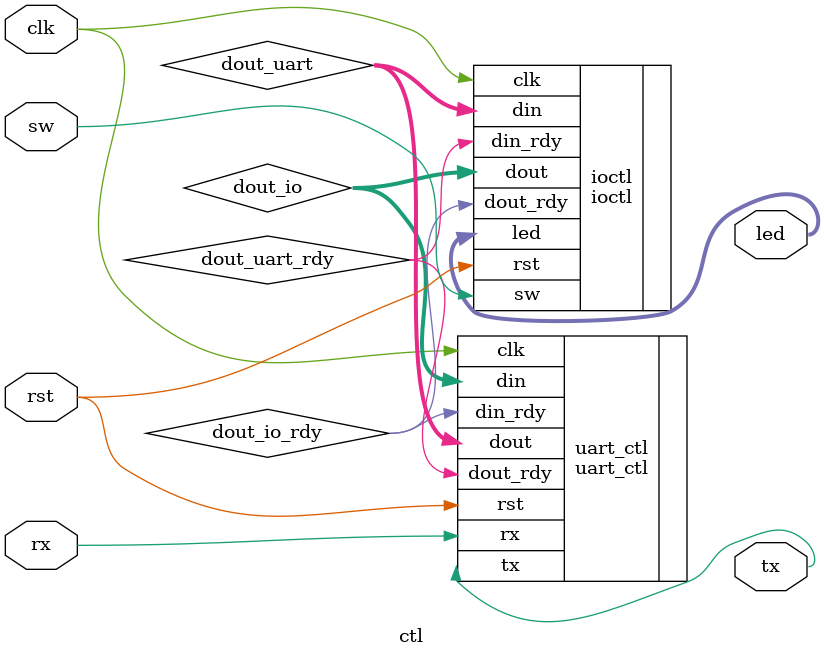
<source format=v>
/* Top module. */
module ctl(
    input           clk,
    input           rst,

    /* UART interface. */
    input           rx,
    output          tx,

    /* Nexys interface.*/
    input              sw,
    output  [7:0]   led
);

    wire [7:0] dout_uart;
    wire [7:0] dout_io;

    wire dout_io_rdy;
    wire dour_uart_rdy;

    ioctl ioctl(
        .clk(clk),
        .rst(rst),

        .sw(sw),

        .din    (dout_uart), /* dout from uart_ctl to io_ctl din */
        .din_rdy(dout_uart_rdy),

        .dout    (dout_io),
        .dout_rdy(dout_io_rdy), /* dout_io is ready. */
	 		  .led(led)
	 );

    uart_ctl uart_ctl(
        .clk(clk),
        .rst(rst),

        .rx     (rx),
        .din    (dout_io),
        .din_rdy(dout_io_rdy),

        .tx      (tx),
        .dout    (dout_uart),
        .dout_rdy(dout_uart_rdy)

    );

  /*   always @(negedge clk)
          if (rst)
            led <= 0;*/
          /* SW == 0: echo mode; SW = 1: send mode. */
       /*   else if (!sw && dout_uart_rdy)
            led <= dout_uart;
*/

endmodule

</source>
